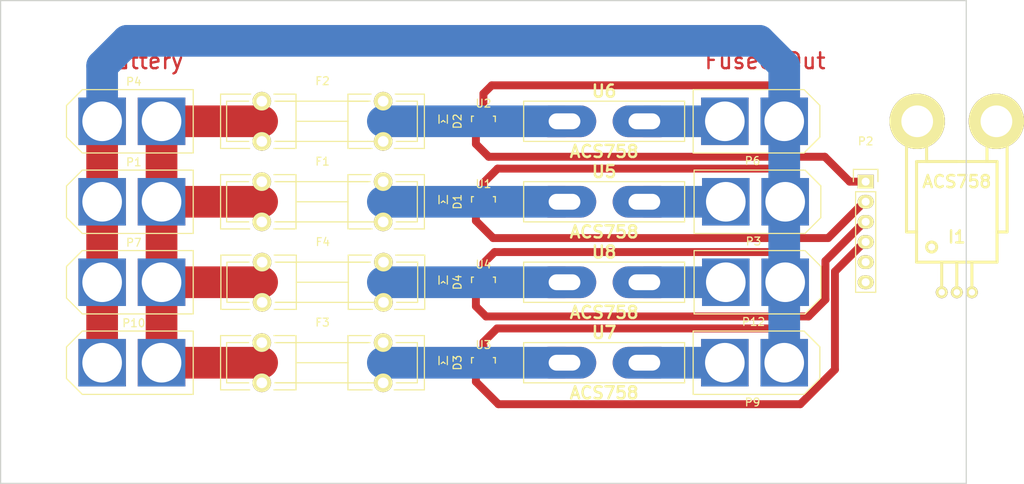
<source format=kicad_pcb>
(kicad_pcb (version 4) (host pcbnew 4.0.4-stable)

  (general
    (links 0)
    (no_connects 26)
    (area 152.324999 40.564999 274.395001 101.675001)
    (thickness 1.6)
    (drawings 6)
    (tracks 89)
    (zones 0)
    (modules 26)
    (nets 15)
  )

  (page A4)
  (layers
    (0 F.Cu signal)
    (31 B.Cu signal)
    (32 B.Adhes user)
    (33 F.Adhes user)
    (34 B.Paste user)
    (35 F.Paste user)
    (36 B.SilkS user)
    (37 F.SilkS user)
    (38 B.Mask user)
    (39 F.Mask user)
    (40 Dwgs.User user)
    (41 Cmts.User user)
    (42 Eco1.User user)
    (43 Eco2.User user)
    (44 Edge.Cuts user)
    (45 Margin user)
    (46 B.CrtYd user)
    (47 F.CrtYd user)
    (48 B.Fab user)
    (49 F.Fab user)
  )

  (setup
    (last_trace_width 0.25)
    (user_trace_width 0.5)
    (user_trace_width 1)
    (user_trace_width 2)
    (user_trace_width 4)
    (trace_clearance 0.2)
    (zone_clearance 0.508)
    (zone_45_only no)
    (trace_min 0.2)
    (segment_width 0.2)
    (edge_width 0.15)
    (via_size 0.6)
    (via_drill 0.4)
    (via_min_size 0.4)
    (via_min_drill 0.3)
    (uvia_size 0.3)
    (uvia_drill 0.1)
    (uvias_allowed no)
    (uvia_min_size 0.2)
    (uvia_min_drill 0.1)
    (pcb_text_width 0.3)
    (pcb_text_size 1.5 1.5)
    (mod_edge_width 0.15)
    (mod_text_size 1 1)
    (mod_text_width 0.15)
    (pad_size 1.524 1.524)
    (pad_drill 0.762)
    (pad_to_mask_clearance 0.2)
    (aux_axis_origin 0 0)
    (visible_elements 7FFFFFFF)
    (pcbplotparams
      (layerselection 0x00030_80000001)
      (usegerberextensions false)
      (excludeedgelayer true)
      (linewidth 0.100000)
      (plotframeref false)
      (viasonmask false)
      (mode 1)
      (useauxorigin false)
      (hpglpennumber 1)
      (hpglpenspeed 20)
      (hpglpendiameter 15)
      (hpglpenoverlay 2)
      (psnegative false)
      (psa4output false)
      (plotreference true)
      (plotvalue true)
      (plotinvisibletext false)
      (padsonsilk false)
      (subtractmaskfromsilk false)
      (outputformat 1)
      (mirror false)
      (drillshape 1)
      (scaleselection 1)
      (outputdirectory ""))
  )

  (net 0 "")
  (net 1 "Net-(F1-Pad2)")
  (net 2 GND)
  (net 3 +BATT)
  (net 4 "Net-(F2-Pad2)")
  (net 5 "Net-(F3-Pad2)")
  (net 6 "Net-(F4-Pad2)")
  (net 7 "Net-(P3-Pad2)")
  (net 8 "Net-(P6-Pad2)")
  (net 9 "Net-(P9-Pad2)")
  (net 10 "Net-(P12-Pad2)")
  (net 11 /pwr_module2/PWR_3.3V_Status)
  (net 12 /pwr_module1/PWR_3.3V_Status)
  (net 13 /pwr_module4/PWR_3.3V_Status)
  (net 14 /pwr_module3/PWR_3.3V_Status)

  (net_class Default "This is the default net class."
    (clearance 0.2)
    (trace_width 0.25)
    (via_dia 0.6)
    (via_drill 0.4)
    (uvia_dia 0.3)
    (uvia_drill 0.1)
    (add_net /pwr_module1/PWR_3.3V_Status)
    (add_net /pwr_module2/PWR_3.3V_Status)
    (add_net /pwr_module3/PWR_3.3V_Status)
    (add_net /pwr_module4/PWR_3.3V_Status)
    (add_net "Net-(F1-Pad2)")
    (add_net "Net-(F2-Pad2)")
    (add_net "Net-(F3-Pad2)")
    (add_net "Net-(F4-Pad2)")
    (add_net "Net-(P12-Pad2)")
    (add_net "Net-(P3-Pad2)")
    (add_net "Net-(P6-Pad2)")
    (add_net "Net-(P9-Pad2)")
  )

  (net_class Power ""
    (clearance 0.2)
    (trace_width 1)
    (via_dia 0.6)
    (via_drill 0.4)
    (uvia_dia 0.3)
    (uvia_drill 0.1)
    (add_net +BATT)
    (add_net GND)
  )

  (module LEDs:LED_0402 (layer F.Cu) (tedit 5710AA4B) (tstamp 57E66E57)
    (at 208.28 66.04 270)
    (descr "LED 0402 smd package")
    (tags "LED led 0402 SMD smd SMT smt smdled SMDLED smtled SMTLED")
    (path /57E68096/57E97B4D)
    (attr smd)
    (fp_text reference D1 (at 0 -1.8 270) (layer F.SilkS)
      (effects (font (size 1 1) (thickness 0.15)))
    )
    (fp_text value LED (at 0 1.8 270) (layer F.Fab)
      (effects (font (size 1 1) (thickness 0.15)))
    )
    (fp_line (start -0.2 -0.1) (end -0.2 0.1) (layer F.Fab) (width 0.15))
    (fp_line (start 0.1 0.1) (end 0.1 -0.1) (layer F.Fab) (width 0.15))
    (fp_line (start -0.1 0) (end 0.1 0.1) (layer F.Fab) (width 0.15))
    (fp_line (start 0.1 -0.1) (end -0.1 0) (layer F.Fab) (width 0.15))
    (fp_line (start -0.5 0.25) (end -0.5 -0.25) (layer F.Fab) (width 0.15))
    (fp_line (start 0.5 0.25) (end -0.5 0.25) (layer F.Fab) (width 0.15))
    (fp_line (start 0.5 -0.25) (end 0.5 0.25) (layer F.Fab) (width 0.15))
    (fp_line (start -0.5 -0.25) (end 0.5 -0.25) (layer F.Fab) (width 0.15))
    (fp_line (start -0.1 0) (end 0.1 0.25) (layer F.SilkS) (width 0.15))
    (fp_line (start 0.1 -0.25) (end -0.1 0) (layer F.SilkS) (width 0.15))
    (fp_line (start -0.95 -0.65) (end 0.95 -0.65) (layer F.CrtYd) (width 0.05))
    (fp_line (start -0.95 0.65) (end 0.95 0.65) (layer F.CrtYd) (width 0.05))
    (fp_line (start -0.95 -0.65) (end -0.95 0.65) (layer F.CrtYd) (width 0.05))
    (fp_line (start 0.95 -0.65) (end 0.95 0.65) (layer F.CrtYd) (width 0.05))
    (fp_line (start 0.25 -0.525) (end -0.8 -0.525) (layer F.SilkS) (width 0.15))
    (fp_line (start 0.25 0.525) (end -0.8 0.525) (layer F.SilkS) (width 0.15))
    (pad 1 smd rect (at -0.45 0 270) (size 0.4 0.6) (layers F.Cu F.Paste F.Mask)
      (net 2 GND))
    (pad 2 smd rect (at 0.45 0 270) (size 0.4 0.6) (layers F.Cu F.Paste F.Mask)
      (net 11 /pwr_module2/PWR_3.3V_Status))
    (model LEDs.3dshapes/LED_0402.wrl
      (at (xyz 0 0 0))
      (scale (xyz 1 1 1))
      (rotate (xyz 0 0 180))
    )
  )

  (module Fuse_Holders_and_Fuses:Fuseholder5x20_horiz_open_lateral_Type-II (layer F.Cu) (tedit 0) (tstamp 57E66E5F)
    (at 193.04 66.04)
    (descr "Fuseholder, 5x20, open, horizontal, Type-II, lateral,")
    (tags "Fuseholder, 5x20, open, horizontal, Type-II, lateral, Sicherungshalter, offen,")
    (path /57E68096/57E68927)
    (fp_text reference F1 (at 0 -5.08) (layer F.SilkS)
      (effects (font (size 1 1) (thickness 0.15)))
    )
    (fp_text value FUSE (at -1.27 6.35) (layer F.Fab)
      (effects (font (size 1 1) (thickness 0.15)))
    )
    (fp_line (start 3.2512 0) (end -3.2512 0) (layer F.SilkS) (width 0.15))
    (fp_line (start 12.86764 3.429) (end 9.05764 3.429) (layer F.SilkS) (width 0.15))
    (fp_line (start 3.21564 3.429) (end 6.26364 3.429) (layer F.SilkS) (width 0.15))
    (fp_line (start 5.715 2.54) (end 8.382 2.54) (layer F.SilkS) (width 0.15))
    (fp_line (start 11.97864 2.54) (end 9.31164 2.54) (layer F.SilkS) (width 0.15))
    (fp_line (start 3.21564 -2.54) (end 6.00964 -2.54) (layer F.SilkS) (width 0.15))
    (fp_line (start 11.9761 -2.54) (end 9.3091 -2.54) (layer F.SilkS) (width 0.15))
    (fp_line (start 12.86764 -3.429) (end 9.18464 -3.429) (layer F.SilkS) (width 0.15))
    (fp_line (start 3.21564 -3.429) (end 6.13664 -3.429) (layer F.SilkS) (width 0.15))
    (fp_line (start -12.86764 3.429) (end -9.18464 3.429) (layer F.SilkS) (width 0.15))
    (fp_line (start -3.34264 3.429) (end -6.13664 3.429) (layer F.SilkS) (width 0.15))
    (fp_line (start -5.88264 2.54) (end -6.00964 2.54) (layer F.SilkS) (width 0.15))
    (fp_line (start -5.88264 2.54) (end -3.34264 2.54) (layer F.SilkS) (width 0.15))
    (fp_line (start -12.10564 2.54) (end -9.31164 2.54) (layer F.SilkS) (width 0.15))
    (fp_line (start -12.86764 -3.429) (end -9.05764 -3.429) (layer F.SilkS) (width 0.15))
    (fp_line (start -3.34264 -3.429) (end -6.13664 -3.429) (layer F.SilkS) (width 0.15))
    (fp_line (start -3.34264 -2.54) (end -6.00964 -2.54) (layer F.SilkS) (width 0.15))
    (fp_line (start -12.10564 -2.54) (end -9.31164 -2.54) (layer F.SilkS) (width 0.15))
    (fp_line (start 12.86764 -3.429) (end 12.86764 3.429) (layer F.SilkS) (width 0.15))
    (fp_line (start 3.21564 3.429) (end 3.21564 2.54) (layer F.SilkS) (width 0.15))
    (fp_line (start 3.21564 -3.429) (end 3.21564 -2.54) (layer F.SilkS) (width 0.15))
    (fp_line (start -12.86764 -3.429) (end -12.86764 3.429) (layer F.SilkS) (width 0.15))
    (fp_line (start -3.34264 3.429) (end -3.34264 2.54) (layer F.SilkS) (width 0.15))
    (fp_line (start -3.34264 -3.429) (end -3.34264 -2.413) (layer F.SilkS) (width 0.15))
    (fp_line (start 5.715 2.54) (end -5.969 2.54) (layer F.SilkS) (width 0.15))
    (fp_line (start -5.842 -2.54) (end 5.715 -2.54) (layer F.SilkS) (width 0.15))
    (fp_line (start -3.34264 0) (end -3.34264 -2.54) (layer F.SilkS) (width 0.15))
    (fp_line (start -12.1031 -2.54) (end -12.1031 2.54) (layer F.SilkS) (width 0.15))
    (fp_line (start -3.34264 2.54) (end -3.34264 0) (layer F.SilkS) (width 0.15))
    (fp_line (start 3.21564 0) (end 3.21564 -2.54) (layer F.SilkS) (width 0.15))
    (fp_line (start 11.9761 -2.54) (end 11.9761 2.54) (layer F.SilkS) (width 0.15))
    (fp_line (start 3.21564 2.54) (end 3.21564 0) (layer F.SilkS) (width 0.15))
    (pad 2 thru_hole circle (at 7.66064 -2.54) (size 2.3495 2.3495) (drill 1.34874) (layers *.Cu *.Mask F.SilkS)
      (net 1 "Net-(F1-Pad2)"))
    (pad 2 thru_hole circle (at 7.66064 2.54) (size 2.3495 2.3495) (drill 1.34874) (layers *.Cu *.Mask F.SilkS)
      (net 1 "Net-(F1-Pad2)"))
    (pad 1 thru_hole circle (at -7.66064 -2.54) (size 2.3495 2.3495) (drill 1.34874) (layers *.Cu *.Mask F.SilkS)
      (net 3 +BATT))
    (pad 1 thru_hole circle (at -7.66064 2.54) (size 2.3495 2.3495) (drill 1.34874) (layers *.Cu *.Mask F.SilkS)
      (net 3 +BATT))
  )

  (module KiCad-Dev:XT60 (layer F.Cu) (tedit 57E3B984) (tstamp 57E66E65)
    (at 165.22 66.04)
    (path /57E68096/57E68935)
    (fp_text reference P1 (at 4 -5) (layer F.SilkS)
      (effects (font (size 1 1) (thickness 0.15)))
    )
    (fp_text value Batt (at 0 -5) (layer F.Fab)
      (effects (font (size 1 1) (thickness 0.15)))
    )
    (fp_line (start -4.5 2) (end -4.5 -2) (layer F.SilkS) (width 0.15))
    (fp_line (start -4.5 2) (end -2.5 4) (layer F.SilkS) (width 0.15))
    (fp_line (start -4.5 -2) (end -2.5 -4) (layer F.SilkS) (width 0.15))
    (fp_line (start 11.5 4) (end -2.5 4) (layer F.SilkS) (width 0.15))
    (fp_line (start -2.5 -4) (end 11.5 -4) (layer F.SilkS) (width 0.15))
    (fp_line (start 11.5 4) (end 11.5 -4) (layer F.SilkS) (width 0.15))
    (pad 1 thru_hole rect (at 0 0) (size 6 6) (drill 5) (layers *.Cu *.Mask)
      (net 2 GND))
    (pad 2 thru_hole rect (at 7.5 0) (size 6 6) (drill 5) (layers *.Cu *.Mask)
      (net 3 +BATT))
  )

  (module TO_SOT_Packages_SMD:SOT-23 (layer F.Cu) (tedit 553634F8) (tstamp 57E66E7B)
    (at 213.36 66.04)
    (descr "SOT-23, Standard")
    (tags SOT-23)
    (path /57E68096/57E68911)
    (attr smd)
    (fp_text reference U1 (at 0 -2.25) (layer F.SilkS)
      (effects (font (size 1 1) (thickness 0.15)))
    )
    (fp_text value LM3480-3.3 (at 0 2.3) (layer F.Fab)
      (effects (font (size 1 1) (thickness 0.15)))
    )
    (fp_line (start -1.65 -1.6) (end 1.65 -1.6) (layer F.CrtYd) (width 0.05))
    (fp_line (start 1.65 -1.6) (end 1.65 1.6) (layer F.CrtYd) (width 0.05))
    (fp_line (start 1.65 1.6) (end -1.65 1.6) (layer F.CrtYd) (width 0.05))
    (fp_line (start -1.65 1.6) (end -1.65 -1.6) (layer F.CrtYd) (width 0.05))
    (fp_line (start 1.29916 -0.65024) (end 1.2509 -0.65024) (layer F.SilkS) (width 0.15))
    (fp_line (start -1.49982 0.0508) (end -1.49982 -0.65024) (layer F.SilkS) (width 0.15))
    (fp_line (start -1.49982 -0.65024) (end -1.2509 -0.65024) (layer F.SilkS) (width 0.15))
    (fp_line (start 1.29916 -0.65024) (end 1.49982 -0.65024) (layer F.SilkS) (width 0.15))
    (fp_line (start 1.49982 -0.65024) (end 1.49982 0.0508) (layer F.SilkS) (width 0.15))
    (pad 1 smd rect (at -0.95 1.00076) (size 0.8001 0.8001) (layers F.Cu F.Paste F.Mask)
      (net 11 /pwr_module2/PWR_3.3V_Status))
    (pad 2 smd rect (at 0.95 1.00076) (size 0.8001 0.8001) (layers F.Cu F.Paste F.Mask)
      (net 1 "Net-(F1-Pad2)"))
    (pad 3 smd rect (at 0 -0.99822) (size 0.8001 0.8001) (layers F.Cu F.Paste F.Mask)
      (net 2 GND))
    (model TO_SOT_Packages_SMD.3dshapes/SOT-23.wrl
      (at (xyz 0 0 0))
      (scale (xyz 1 1 1))
      (rotate (xyz 0 0 0))
    )
  )

  (module KiCad-Dev:XT60 (layer F.Cu) (tedit 57E3B984) (tstamp 57E6702A)
    (at 251.46 66.04 180)
    (path /57E68096/57E6892E)
    (fp_text reference P3 (at 4 -5 180) (layer F.SilkS)
      (effects (font (size 1 1) (thickness 0.15)))
    )
    (fp_text value Out (at 0 -5 180) (layer F.Fab)
      (effects (font (size 1 1) (thickness 0.15)))
    )
    (fp_line (start -4.5 2) (end -4.5 -2) (layer F.SilkS) (width 0.15))
    (fp_line (start -4.5 2) (end -2.5 4) (layer F.SilkS) (width 0.15))
    (fp_line (start -4.5 -2) (end -2.5 -4) (layer F.SilkS) (width 0.15))
    (fp_line (start 11.5 4) (end -2.5 4) (layer F.SilkS) (width 0.15))
    (fp_line (start -2.5 -4) (end 11.5 -4) (layer F.SilkS) (width 0.15))
    (fp_line (start 11.5 4) (end 11.5 -4) (layer F.SilkS) (width 0.15))
    (pad 1 thru_hole rect (at 0 0 180) (size 6 6) (drill 5) (layers *.Cu *.Mask)
      (net 2 GND))
    (pad 2 thru_hole rect (at 7.5 0 180) (size 6 6) (drill 5) (layers *.Cu *.Mask)
      (net 7 "Net-(P3-Pad2)"))
  )

  (module LEDs:LED_0402 (layer F.Cu) (tedit 5710AA4B) (tstamp 57E67651)
    (at 208.28 55.88 270)
    (descr "LED 0402 smd package")
    (tags "LED led 0402 SMD smd SMT smt smdled SMDLED smtled SMTLED")
    (path /57E68A98/57E97B4D)
    (attr smd)
    (fp_text reference D2 (at 0 -1.8 270) (layer F.SilkS)
      (effects (font (size 1 1) (thickness 0.15)))
    )
    (fp_text value LED (at 0 1.8 360) (layer F.Fab)
      (effects (font (size 1 1) (thickness 0.15)))
    )
    (fp_line (start -0.2 -0.1) (end -0.2 0.1) (layer F.Fab) (width 0.15))
    (fp_line (start 0.1 0.1) (end 0.1 -0.1) (layer F.Fab) (width 0.15))
    (fp_line (start -0.1 0) (end 0.1 0.1) (layer F.Fab) (width 0.15))
    (fp_line (start 0.1 -0.1) (end -0.1 0) (layer F.Fab) (width 0.15))
    (fp_line (start -0.5 0.25) (end -0.5 -0.25) (layer F.Fab) (width 0.15))
    (fp_line (start 0.5 0.25) (end -0.5 0.25) (layer F.Fab) (width 0.15))
    (fp_line (start 0.5 -0.25) (end 0.5 0.25) (layer F.Fab) (width 0.15))
    (fp_line (start -0.5 -0.25) (end 0.5 -0.25) (layer F.Fab) (width 0.15))
    (fp_line (start -0.1 0) (end 0.1 0.25) (layer F.SilkS) (width 0.15))
    (fp_line (start 0.1 -0.25) (end -0.1 0) (layer F.SilkS) (width 0.15))
    (fp_line (start -0.95 -0.65) (end 0.95 -0.65) (layer F.CrtYd) (width 0.05))
    (fp_line (start -0.95 0.65) (end 0.95 0.65) (layer F.CrtYd) (width 0.05))
    (fp_line (start -0.95 -0.65) (end -0.95 0.65) (layer F.CrtYd) (width 0.05))
    (fp_line (start 0.95 -0.65) (end 0.95 0.65) (layer F.CrtYd) (width 0.05))
    (fp_line (start 0.25 -0.525) (end -0.8 -0.525) (layer F.SilkS) (width 0.15))
    (fp_line (start 0.25 0.525) (end -0.8 0.525) (layer F.SilkS) (width 0.15))
    (pad 1 smd rect (at -0.45 0 270) (size 0.4 0.6) (layers F.Cu F.Paste F.Mask)
      (net 2 GND))
    (pad 2 smd rect (at 0.45 0 270) (size 0.4 0.6) (layers F.Cu F.Paste F.Mask)
      (net 12 /pwr_module1/PWR_3.3V_Status))
    (model LEDs.3dshapes/LED_0402.wrl
      (at (xyz 0 0 0))
      (scale (xyz 1 1 1))
      (rotate (xyz 0 0 180))
    )
  )

  (module LEDs:LED_0402 (layer F.Cu) (tedit 5710AA4B) (tstamp 57E67657)
    (at 208.28 86.36 270)
    (descr "LED 0402 smd package")
    (tags "LED led 0402 SMD smd SMT smt smdled SMDLED smtled SMTLED")
    (path /57E68A9A/57E97B4D)
    (attr smd)
    (fp_text reference D3 (at 0 -1.8 270) (layer F.SilkS)
      (effects (font (size 1 1) (thickness 0.15)))
    )
    (fp_text value LED (at 0 1.8 270) (layer F.Fab)
      (effects (font (size 1 1) (thickness 0.15)))
    )
    (fp_line (start -0.2 -0.1) (end -0.2 0.1) (layer F.Fab) (width 0.15))
    (fp_line (start 0.1 0.1) (end 0.1 -0.1) (layer F.Fab) (width 0.15))
    (fp_line (start -0.1 0) (end 0.1 0.1) (layer F.Fab) (width 0.15))
    (fp_line (start 0.1 -0.1) (end -0.1 0) (layer F.Fab) (width 0.15))
    (fp_line (start -0.5 0.25) (end -0.5 -0.25) (layer F.Fab) (width 0.15))
    (fp_line (start 0.5 0.25) (end -0.5 0.25) (layer F.Fab) (width 0.15))
    (fp_line (start 0.5 -0.25) (end 0.5 0.25) (layer F.Fab) (width 0.15))
    (fp_line (start -0.5 -0.25) (end 0.5 -0.25) (layer F.Fab) (width 0.15))
    (fp_line (start -0.1 0) (end 0.1 0.25) (layer F.SilkS) (width 0.15))
    (fp_line (start 0.1 -0.25) (end -0.1 0) (layer F.SilkS) (width 0.15))
    (fp_line (start -0.95 -0.65) (end 0.95 -0.65) (layer F.CrtYd) (width 0.05))
    (fp_line (start -0.95 0.65) (end 0.95 0.65) (layer F.CrtYd) (width 0.05))
    (fp_line (start -0.95 -0.65) (end -0.95 0.65) (layer F.CrtYd) (width 0.05))
    (fp_line (start 0.95 -0.65) (end 0.95 0.65) (layer F.CrtYd) (width 0.05))
    (fp_line (start 0.25 -0.525) (end -0.8 -0.525) (layer F.SilkS) (width 0.15))
    (fp_line (start 0.25 0.525) (end -0.8 0.525) (layer F.SilkS) (width 0.15))
    (pad 1 smd rect (at -0.45 0 270) (size 0.4 0.6) (layers F.Cu F.Paste F.Mask)
      (net 2 GND))
    (pad 2 smd rect (at 0.45 0 270) (size 0.4 0.6) (layers F.Cu F.Paste F.Mask)
      (net 13 /pwr_module4/PWR_3.3V_Status))
    (model LEDs.3dshapes/LED_0402.wrl
      (at (xyz 0 0 0))
      (scale (xyz 1 1 1))
      (rotate (xyz 0 0 180))
    )
  )

  (module LEDs:LED_0402 (layer F.Cu) (tedit 5710AA4B) (tstamp 57E6765D)
    (at 208.28 76.2 270)
    (descr "LED 0402 smd package")
    (tags "LED led 0402 SMD smd SMT smt smdled SMDLED smtled SMTLED")
    (path /57E68A9C/57E97B4D)
    (attr smd)
    (fp_text reference D4 (at 0 -1.8 270) (layer F.SilkS)
      (effects (font (size 1 1) (thickness 0.15)))
    )
    (fp_text value LED (at 0 1.8 270) (layer F.Fab)
      (effects (font (size 1 1) (thickness 0.15)))
    )
    (fp_line (start -0.2 -0.1) (end -0.2 0.1) (layer F.Fab) (width 0.15))
    (fp_line (start 0.1 0.1) (end 0.1 -0.1) (layer F.Fab) (width 0.15))
    (fp_line (start -0.1 0) (end 0.1 0.1) (layer F.Fab) (width 0.15))
    (fp_line (start 0.1 -0.1) (end -0.1 0) (layer F.Fab) (width 0.15))
    (fp_line (start -0.5 0.25) (end -0.5 -0.25) (layer F.Fab) (width 0.15))
    (fp_line (start 0.5 0.25) (end -0.5 0.25) (layer F.Fab) (width 0.15))
    (fp_line (start 0.5 -0.25) (end 0.5 0.25) (layer F.Fab) (width 0.15))
    (fp_line (start -0.5 -0.25) (end 0.5 -0.25) (layer F.Fab) (width 0.15))
    (fp_line (start -0.1 0) (end 0.1 0.25) (layer F.SilkS) (width 0.15))
    (fp_line (start 0.1 -0.25) (end -0.1 0) (layer F.SilkS) (width 0.15))
    (fp_line (start -0.95 -0.65) (end 0.95 -0.65) (layer F.CrtYd) (width 0.05))
    (fp_line (start -0.95 0.65) (end 0.95 0.65) (layer F.CrtYd) (width 0.05))
    (fp_line (start -0.95 -0.65) (end -0.95 0.65) (layer F.CrtYd) (width 0.05))
    (fp_line (start 0.95 -0.65) (end 0.95 0.65) (layer F.CrtYd) (width 0.05))
    (fp_line (start 0.25 -0.525) (end -0.8 -0.525) (layer F.SilkS) (width 0.15))
    (fp_line (start 0.25 0.525) (end -0.8 0.525) (layer F.SilkS) (width 0.15))
    (pad 1 smd rect (at -0.45 0 270) (size 0.4 0.6) (layers F.Cu F.Paste F.Mask)
      (net 2 GND))
    (pad 2 smd rect (at 0.45 0 270) (size 0.4 0.6) (layers F.Cu F.Paste F.Mask)
      (net 14 /pwr_module3/PWR_3.3V_Status))
    (model LEDs.3dshapes/LED_0402.wrl
      (at (xyz 0 0 0))
      (scale (xyz 1 1 1))
      (rotate (xyz 0 0 180))
    )
  )

  (module Fuse_Holders_and_Fuses:Fuseholder5x20_horiz_open_lateral_Type-II (layer F.Cu) (tedit 0) (tstamp 57E67665)
    (at 193.04 55.88)
    (descr "Fuseholder, 5x20, open, horizontal, Type-II, lateral,")
    (tags "Fuseholder, 5x20, open, horizontal, Type-II, lateral, Sicherungshalter, offen,")
    (path /57E68A98/57E68927)
    (fp_text reference F2 (at 0 -5.08) (layer F.SilkS)
      (effects (font (size 1 1) (thickness 0.15)))
    )
    (fp_text value FUSE (at -1.27 6.35) (layer F.Fab)
      (effects (font (size 1 1) (thickness 0.15)))
    )
    (fp_line (start 3.2512 0) (end -3.2512 0) (layer F.SilkS) (width 0.15))
    (fp_line (start 12.86764 3.429) (end 9.05764 3.429) (layer F.SilkS) (width 0.15))
    (fp_line (start 3.21564 3.429) (end 6.26364 3.429) (layer F.SilkS) (width 0.15))
    (fp_line (start 5.715 2.54) (end 8.382 2.54) (layer F.SilkS) (width 0.15))
    (fp_line (start 11.97864 2.54) (end 9.31164 2.54) (layer F.SilkS) (width 0.15))
    (fp_line (start 3.21564 -2.54) (end 6.00964 -2.54) (layer F.SilkS) (width 0.15))
    (fp_line (start 11.9761 -2.54) (end 9.3091 -2.54) (layer F.SilkS) (width 0.15))
    (fp_line (start 12.86764 -3.429) (end 9.18464 -3.429) (layer F.SilkS) (width 0.15))
    (fp_line (start 3.21564 -3.429) (end 6.13664 -3.429) (layer F.SilkS) (width 0.15))
    (fp_line (start -12.86764 3.429) (end -9.18464 3.429) (layer F.SilkS) (width 0.15))
    (fp_line (start -3.34264 3.429) (end -6.13664 3.429) (layer F.SilkS) (width 0.15))
    (fp_line (start -5.88264 2.54) (end -6.00964 2.54) (layer F.SilkS) (width 0.15))
    (fp_line (start -5.88264 2.54) (end -3.34264 2.54) (layer F.SilkS) (width 0.15))
    (fp_line (start -12.10564 2.54) (end -9.31164 2.54) (layer F.SilkS) (width 0.15))
    (fp_line (start -12.86764 -3.429) (end -9.05764 -3.429) (layer F.SilkS) (width 0.15))
    (fp_line (start -3.34264 -3.429) (end -6.13664 -3.429) (layer F.SilkS) (width 0.15))
    (fp_line (start -3.34264 -2.54) (end -6.00964 -2.54) (layer F.SilkS) (width 0.15))
    (fp_line (start -12.10564 -2.54) (end -9.31164 -2.54) (layer F.SilkS) (width 0.15))
    (fp_line (start 12.86764 -3.429) (end 12.86764 3.429) (layer F.SilkS) (width 0.15))
    (fp_line (start 3.21564 3.429) (end 3.21564 2.54) (layer F.SilkS) (width 0.15))
    (fp_line (start 3.21564 -3.429) (end 3.21564 -2.54) (layer F.SilkS) (width 0.15))
    (fp_line (start -12.86764 -3.429) (end -12.86764 3.429) (layer F.SilkS) (width 0.15))
    (fp_line (start -3.34264 3.429) (end -3.34264 2.54) (layer F.SilkS) (width 0.15))
    (fp_line (start -3.34264 -3.429) (end -3.34264 -2.413) (layer F.SilkS) (width 0.15))
    (fp_line (start 5.715 2.54) (end -5.969 2.54) (layer F.SilkS) (width 0.15))
    (fp_line (start -5.842 -2.54) (end 5.715 -2.54) (layer F.SilkS) (width 0.15))
    (fp_line (start -3.34264 0) (end -3.34264 -2.54) (layer F.SilkS) (width 0.15))
    (fp_line (start -12.1031 -2.54) (end -12.1031 2.54) (layer F.SilkS) (width 0.15))
    (fp_line (start -3.34264 2.54) (end -3.34264 0) (layer F.SilkS) (width 0.15))
    (fp_line (start 3.21564 0) (end 3.21564 -2.54) (layer F.SilkS) (width 0.15))
    (fp_line (start 11.9761 -2.54) (end 11.9761 2.54) (layer F.SilkS) (width 0.15))
    (fp_line (start 3.21564 2.54) (end 3.21564 0) (layer F.SilkS) (width 0.15))
    (pad 2 thru_hole circle (at 7.66064 -2.54) (size 2.3495 2.3495) (drill 1.34874) (layers *.Cu *.Mask F.SilkS)
      (net 4 "Net-(F2-Pad2)"))
    (pad 2 thru_hole circle (at 7.66064 2.54) (size 2.3495 2.3495) (drill 1.34874) (layers *.Cu *.Mask F.SilkS)
      (net 4 "Net-(F2-Pad2)"))
    (pad 1 thru_hole circle (at -7.66064 -2.54) (size 2.3495 2.3495) (drill 1.34874) (layers *.Cu *.Mask F.SilkS)
      (net 3 +BATT))
    (pad 1 thru_hole circle (at -7.66064 2.54) (size 2.3495 2.3495) (drill 1.34874) (layers *.Cu *.Mask F.SilkS)
      (net 3 +BATT))
  )

  (module Fuse_Holders_and_Fuses:Fuseholder5x20_horiz_open_lateral_Type-II (layer F.Cu) (tedit 0) (tstamp 57E6766D)
    (at 193.04 86.36)
    (descr "Fuseholder, 5x20, open, horizontal, Type-II, lateral,")
    (tags "Fuseholder, 5x20, open, horizontal, Type-II, lateral, Sicherungshalter, offen,")
    (path /57E68A9A/57E68927)
    (fp_text reference F3 (at 0 -5.08) (layer F.SilkS)
      (effects (font (size 1 1) (thickness 0.15)))
    )
    (fp_text value FUSE (at -1.27 6.35) (layer F.Fab)
      (effects (font (size 1 1) (thickness 0.15)))
    )
    (fp_line (start 3.2512 0) (end -3.2512 0) (layer F.SilkS) (width 0.15))
    (fp_line (start 12.86764 3.429) (end 9.05764 3.429) (layer F.SilkS) (width 0.15))
    (fp_line (start 3.21564 3.429) (end 6.26364 3.429) (layer F.SilkS) (width 0.15))
    (fp_line (start 5.715 2.54) (end 8.382 2.54) (layer F.SilkS) (width 0.15))
    (fp_line (start 11.97864 2.54) (end 9.31164 2.54) (layer F.SilkS) (width 0.15))
    (fp_line (start 3.21564 -2.54) (end 6.00964 -2.54) (layer F.SilkS) (width 0.15))
    (fp_line (start 11.9761 -2.54) (end 9.3091 -2.54) (layer F.SilkS) (width 0.15))
    (fp_line (start 12.86764 -3.429) (end 9.18464 -3.429) (layer F.SilkS) (width 0.15))
    (fp_line (start 3.21564 -3.429) (end 6.13664 -3.429) (layer F.SilkS) (width 0.15))
    (fp_line (start -12.86764 3.429) (end -9.18464 3.429) (layer F.SilkS) (width 0.15))
    (fp_line (start -3.34264 3.429) (end -6.13664 3.429) (layer F.SilkS) (width 0.15))
    (fp_line (start -5.88264 2.54) (end -6.00964 2.54) (layer F.SilkS) (width 0.15))
    (fp_line (start -5.88264 2.54) (end -3.34264 2.54) (layer F.SilkS) (width 0.15))
    (fp_line (start -12.10564 2.54) (end -9.31164 2.54) (layer F.SilkS) (width 0.15))
    (fp_line (start -12.86764 -3.429) (end -9.05764 -3.429) (layer F.SilkS) (width 0.15))
    (fp_line (start -3.34264 -3.429) (end -6.13664 -3.429) (layer F.SilkS) (width 0.15))
    (fp_line (start -3.34264 -2.54) (end -6.00964 -2.54) (layer F.SilkS) (width 0.15))
    (fp_line (start -12.10564 -2.54) (end -9.31164 -2.54) (layer F.SilkS) (width 0.15))
    (fp_line (start 12.86764 -3.429) (end 12.86764 3.429) (layer F.SilkS) (width 0.15))
    (fp_line (start 3.21564 3.429) (end 3.21564 2.54) (layer F.SilkS) (width 0.15))
    (fp_line (start 3.21564 -3.429) (end 3.21564 -2.54) (layer F.SilkS) (width 0.15))
    (fp_line (start -12.86764 -3.429) (end -12.86764 3.429) (layer F.SilkS) (width 0.15))
    (fp_line (start -3.34264 3.429) (end -3.34264 2.54) (layer F.SilkS) (width 0.15))
    (fp_line (start -3.34264 -3.429) (end -3.34264 -2.413) (layer F.SilkS) (width 0.15))
    (fp_line (start 5.715 2.54) (end -5.969 2.54) (layer F.SilkS) (width 0.15))
    (fp_line (start -5.842 -2.54) (end 5.715 -2.54) (layer F.SilkS) (width 0.15))
    (fp_line (start -3.34264 0) (end -3.34264 -2.54) (layer F.SilkS) (width 0.15))
    (fp_line (start -12.1031 -2.54) (end -12.1031 2.54) (layer F.SilkS) (width 0.15))
    (fp_line (start -3.34264 2.54) (end -3.34264 0) (layer F.SilkS) (width 0.15))
    (fp_line (start 3.21564 0) (end 3.21564 -2.54) (layer F.SilkS) (width 0.15))
    (fp_line (start 11.9761 -2.54) (end 11.9761 2.54) (layer F.SilkS) (width 0.15))
    (fp_line (start 3.21564 2.54) (end 3.21564 0) (layer F.SilkS) (width 0.15))
    (pad 2 thru_hole circle (at 7.66064 -2.54) (size 2.3495 2.3495) (drill 1.34874) (layers *.Cu *.Mask F.SilkS)
      (net 5 "Net-(F3-Pad2)"))
    (pad 2 thru_hole circle (at 7.66064 2.54) (size 2.3495 2.3495) (drill 1.34874) (layers *.Cu *.Mask F.SilkS)
      (net 5 "Net-(F3-Pad2)"))
    (pad 1 thru_hole circle (at -7.66064 -2.54) (size 2.3495 2.3495) (drill 1.34874) (layers *.Cu *.Mask F.SilkS)
      (net 3 +BATT))
    (pad 1 thru_hole circle (at -7.66064 2.54) (size 2.3495 2.3495) (drill 1.34874) (layers *.Cu *.Mask F.SilkS)
      (net 3 +BATT))
  )

  (module Fuse_Holders_and_Fuses:Fuseholder5x20_horiz_open_lateral_Type-II (layer F.Cu) (tedit 0) (tstamp 57E67675)
    (at 193.08064 76.2)
    (descr "Fuseholder, 5x20, open, horizontal, Type-II, lateral,")
    (tags "Fuseholder, 5x20, open, horizontal, Type-II, lateral, Sicherungshalter, offen,")
    (path /57E68A9C/57E68927)
    (fp_text reference F4 (at 0 -5.08) (layer F.SilkS)
      (effects (font (size 1 1) (thickness 0.15)))
    )
    (fp_text value FUSE (at -1.27 6.35) (layer F.Fab)
      (effects (font (size 1 1) (thickness 0.15)))
    )
    (fp_line (start 3.2512 0) (end -3.2512 0) (layer F.SilkS) (width 0.15))
    (fp_line (start 12.86764 3.429) (end 9.05764 3.429) (layer F.SilkS) (width 0.15))
    (fp_line (start 3.21564 3.429) (end 6.26364 3.429) (layer F.SilkS) (width 0.15))
    (fp_line (start 5.715 2.54) (end 8.382 2.54) (layer F.SilkS) (width 0.15))
    (fp_line (start 11.97864 2.54) (end 9.31164 2.54) (layer F.SilkS) (width 0.15))
    (fp_line (start 3.21564 -2.54) (end 6.00964 -2.54) (layer F.SilkS) (width 0.15))
    (fp_line (start 11.9761 -2.54) (end 9.3091 -2.54) (layer F.SilkS) (width 0.15))
    (fp_line (start 12.86764 -3.429) (end 9.18464 -3.429) (layer F.SilkS) (width 0.15))
    (fp_line (start 3.21564 -3.429) (end 6.13664 -3.429) (layer F.SilkS) (width 0.15))
    (fp_line (start -12.86764 3.429) (end -9.18464 3.429) (layer F.SilkS) (width 0.15))
    (fp_line (start -3.34264 3.429) (end -6.13664 3.429) (layer F.SilkS) (width 0.15))
    (fp_line (start -5.88264 2.54) (end -6.00964 2.54) (layer F.SilkS) (width 0.15))
    (fp_line (start -5.88264 2.54) (end -3.34264 2.54) (layer F.SilkS) (width 0.15))
    (fp_line (start -12.10564 2.54) (end -9.31164 2.54) (layer F.SilkS) (width 0.15))
    (fp_line (start -12.86764 -3.429) (end -9.05764 -3.429) (layer F.SilkS) (width 0.15))
    (fp_line (start -3.34264 -3.429) (end -6.13664 -3.429) (layer F.SilkS) (width 0.15))
    (fp_line (start -3.34264 -2.54) (end -6.00964 -2.54) (layer F.SilkS) (width 0.15))
    (fp_line (start -12.10564 -2.54) (end -9.31164 -2.54) (layer F.SilkS) (width 0.15))
    (fp_line (start 12.86764 -3.429) (end 12.86764 3.429) (layer F.SilkS) (width 0.15))
    (fp_line (start 3.21564 3.429) (end 3.21564 2.54) (layer F.SilkS) (width 0.15))
    (fp_line (start 3.21564 -3.429) (end 3.21564 -2.54) (layer F.SilkS) (width 0.15))
    (fp_line (start -12.86764 -3.429) (end -12.86764 3.429) (layer F.SilkS) (width 0.15))
    (fp_line (start -3.34264 3.429) (end -3.34264 2.54) (layer F.SilkS) (width 0.15))
    (fp_line (start -3.34264 -3.429) (end -3.34264 -2.413) (layer F.SilkS) (width 0.15))
    (fp_line (start 5.715 2.54) (end -5.969 2.54) (layer F.SilkS) (width 0.15))
    (fp_line (start -5.842 -2.54) (end 5.715 -2.54) (layer F.SilkS) (width 0.15))
    (fp_line (start -3.34264 0) (end -3.34264 -2.54) (layer F.SilkS) (width 0.15))
    (fp_line (start -12.1031 -2.54) (end -12.1031 2.54) (layer F.SilkS) (width 0.15))
    (fp_line (start -3.34264 2.54) (end -3.34264 0) (layer F.SilkS) (width 0.15))
    (fp_line (start 3.21564 0) (end 3.21564 -2.54) (layer F.SilkS) (width 0.15))
    (fp_line (start 11.9761 -2.54) (end 11.9761 2.54) (layer F.SilkS) (width 0.15))
    (fp_line (start 3.21564 2.54) (end 3.21564 0) (layer F.SilkS) (width 0.15))
    (pad 2 thru_hole circle (at 7.66064 -2.54) (size 2.3495 2.3495) (drill 1.34874) (layers *.Cu *.Mask F.SilkS)
      (net 6 "Net-(F4-Pad2)"))
    (pad 2 thru_hole circle (at 7.66064 2.54) (size 2.3495 2.3495) (drill 1.34874) (layers *.Cu *.Mask F.SilkS)
      (net 6 "Net-(F4-Pad2)"))
    (pad 1 thru_hole circle (at -7.66064 -2.54) (size 2.3495 2.3495) (drill 1.34874) (layers *.Cu *.Mask F.SilkS)
      (net 3 +BATT))
    (pad 1 thru_hole circle (at -7.66064 2.54) (size 2.3495 2.3495) (drill 1.34874) (layers *.Cu *.Mask F.SilkS)
      (net 3 +BATT))
  )

  (module KiCad-Dev:XT60 (layer F.Cu) (tedit 57E3B984) (tstamp 57E6767B)
    (at 165.22 55.88)
    (path /57E68A98/57E68935)
    (fp_text reference P4 (at 4 -5) (layer F.SilkS)
      (effects (font (size 1 1) (thickness 0.15)))
    )
    (fp_text value Batt (at 0 -5) (layer F.Fab)
      (effects (font (size 1 1) (thickness 0.15)))
    )
    (fp_line (start -4.5 2) (end -4.5 -2) (layer F.SilkS) (width 0.15))
    (fp_line (start -4.5 2) (end -2.5 4) (layer F.SilkS) (width 0.15))
    (fp_line (start -4.5 -2) (end -2.5 -4) (layer F.SilkS) (width 0.15))
    (fp_line (start 11.5 4) (end -2.5 4) (layer F.SilkS) (width 0.15))
    (fp_line (start -2.5 -4) (end 11.5 -4) (layer F.SilkS) (width 0.15))
    (fp_line (start 11.5 4) (end 11.5 -4) (layer F.SilkS) (width 0.15))
    (pad 1 thru_hole rect (at 0 0) (size 6 6) (drill 5) (layers *.Cu *.Mask)
      (net 2 GND))
    (pad 2 thru_hole rect (at 7.5 0) (size 6 6) (drill 5) (layers *.Cu *.Mask)
      (net 3 +BATT))
  )

  (module KiCad-Dev:XT60 (layer F.Cu) (tedit 57E3B984) (tstamp 57E67687)
    (at 251.34 55.88 180)
    (path /57E68A98/57E6892E)
    (fp_text reference P6 (at 4 -5 180) (layer F.SilkS)
      (effects (font (size 1 1) (thickness 0.15)))
    )
    (fp_text value Out (at 0 -5 180) (layer F.Fab)
      (effects (font (size 1 1) (thickness 0.15)))
    )
    (fp_line (start -4.5 2) (end -4.5 -2) (layer F.SilkS) (width 0.15))
    (fp_line (start -4.5 2) (end -2.5 4) (layer F.SilkS) (width 0.15))
    (fp_line (start -4.5 -2) (end -2.5 -4) (layer F.SilkS) (width 0.15))
    (fp_line (start 11.5 4) (end -2.5 4) (layer F.SilkS) (width 0.15))
    (fp_line (start -2.5 -4) (end 11.5 -4) (layer F.SilkS) (width 0.15))
    (fp_line (start 11.5 4) (end 11.5 -4) (layer F.SilkS) (width 0.15))
    (pad 1 thru_hole rect (at 0 0 180) (size 6 6) (drill 5) (layers *.Cu *.Mask)
      (net 2 GND))
    (pad 2 thru_hole rect (at 7.5 0 180) (size 6 6) (drill 5) (layers *.Cu *.Mask)
      (net 8 "Net-(P6-Pad2)"))
  )

  (module KiCad-Dev:XT60 (layer F.Cu) (tedit 57E3B984) (tstamp 57E6768D)
    (at 165.22 76.2)
    (path /57E68A9A/57E68935)
    (fp_text reference P7 (at 4 -5) (layer F.SilkS)
      (effects (font (size 1 1) (thickness 0.15)))
    )
    (fp_text value Batt (at 0 -5) (layer F.Fab)
      (effects (font (size 1 1) (thickness 0.15)))
    )
    (fp_line (start -4.5 2) (end -4.5 -2) (layer F.SilkS) (width 0.15))
    (fp_line (start -4.5 2) (end -2.5 4) (layer F.SilkS) (width 0.15))
    (fp_line (start -4.5 -2) (end -2.5 -4) (layer F.SilkS) (width 0.15))
    (fp_line (start 11.5 4) (end -2.5 4) (layer F.SilkS) (width 0.15))
    (fp_line (start -2.5 -4) (end 11.5 -4) (layer F.SilkS) (width 0.15))
    (fp_line (start 11.5 4) (end 11.5 -4) (layer F.SilkS) (width 0.15))
    (pad 1 thru_hole rect (at 0 0) (size 6 6) (drill 5) (layers *.Cu *.Mask)
      (net 2 GND))
    (pad 2 thru_hole rect (at 7.5 0) (size 6 6) (drill 5) (layers *.Cu *.Mask)
      (net 3 +BATT))
  )

  (module KiCad-Dev:XT60 (layer F.Cu) (tedit 57E3B984) (tstamp 57E67699)
    (at 251.34 86.36 180)
    (path /57E68A9A/57E6892E)
    (fp_text reference P9 (at 4 -5 180) (layer F.SilkS)
      (effects (font (size 1 1) (thickness 0.15)))
    )
    (fp_text value Out (at 0 -5 180) (layer F.Fab)
      (effects (font (size 1 1) (thickness 0.15)))
    )
    (fp_line (start -4.5 2) (end -4.5 -2) (layer F.SilkS) (width 0.15))
    (fp_line (start -4.5 2) (end -2.5 4) (layer F.SilkS) (width 0.15))
    (fp_line (start -4.5 -2) (end -2.5 -4) (layer F.SilkS) (width 0.15))
    (fp_line (start 11.5 4) (end -2.5 4) (layer F.SilkS) (width 0.15))
    (fp_line (start -2.5 -4) (end 11.5 -4) (layer F.SilkS) (width 0.15))
    (fp_line (start 11.5 4) (end 11.5 -4) (layer F.SilkS) (width 0.15))
    (pad 1 thru_hole rect (at 0 0 180) (size 6 6) (drill 5) (layers *.Cu *.Mask)
      (net 2 GND))
    (pad 2 thru_hole rect (at 7.5 0 180) (size 6 6) (drill 5) (layers *.Cu *.Mask)
      (net 9 "Net-(P9-Pad2)"))
  )

  (module KiCad-Dev:XT60 (layer F.Cu) (tedit 57E3B984) (tstamp 57E6769F)
    (at 165.22 86.36)
    (path /57E68A9C/57E68935)
    (fp_text reference P10 (at 4 -5) (layer F.SilkS)
      (effects (font (size 1 1) (thickness 0.15)))
    )
    (fp_text value Batt (at 0 -5) (layer F.Fab)
      (effects (font (size 1 1) (thickness 0.15)))
    )
    (fp_line (start -4.5 2) (end -4.5 -2) (layer F.SilkS) (width 0.15))
    (fp_line (start -4.5 2) (end -2.5 4) (layer F.SilkS) (width 0.15))
    (fp_line (start -4.5 -2) (end -2.5 -4) (layer F.SilkS) (width 0.15))
    (fp_line (start 11.5 4) (end -2.5 4) (layer F.SilkS) (width 0.15))
    (fp_line (start -2.5 -4) (end 11.5 -4) (layer F.SilkS) (width 0.15))
    (fp_line (start 11.5 4) (end 11.5 -4) (layer F.SilkS) (width 0.15))
    (pad 1 thru_hole rect (at 0 0) (size 6 6) (drill 5) (layers *.Cu *.Mask)
      (net 2 GND))
    (pad 2 thru_hole rect (at 7.5 0) (size 6 6) (drill 5) (layers *.Cu *.Mask)
      (net 3 +BATT))
  )

  (module KiCad-Dev:XT60 (layer F.Cu) (tedit 57E3B984) (tstamp 57E676AB)
    (at 251.46 76.2 180)
    (path /57E68A9C/57E6892E)
    (fp_text reference P12 (at 4 -5 180) (layer F.SilkS)
      (effects (font (size 1 1) (thickness 0.15)))
    )
    (fp_text value Out (at 0 -5 180) (layer F.Fab)
      (effects (font (size 1 1) (thickness 0.15)))
    )
    (fp_line (start -4.5 2) (end -4.5 -2) (layer F.SilkS) (width 0.15))
    (fp_line (start -4.5 2) (end -2.5 4) (layer F.SilkS) (width 0.15))
    (fp_line (start -4.5 -2) (end -2.5 -4) (layer F.SilkS) (width 0.15))
    (fp_line (start 11.5 4) (end -2.5 4) (layer F.SilkS) (width 0.15))
    (fp_line (start -2.5 -4) (end 11.5 -4) (layer F.SilkS) (width 0.15))
    (fp_line (start 11.5 4) (end 11.5 -4) (layer F.SilkS) (width 0.15))
    (pad 1 thru_hole rect (at 0 0 180) (size 6 6) (drill 5) (layers *.Cu *.Mask)
      (net 2 GND))
    (pad 2 thru_hole rect (at 7.5 0 180) (size 6 6) (drill 5) (layers *.Cu *.Mask)
      (net 10 "Net-(P12-Pad2)"))
  )

  (module TO_SOT_Packages_SMD:SOT-23 (layer F.Cu) (tedit 553634F8) (tstamp 57E676B2)
    (at 213.36 55.88)
    (descr "SOT-23, Standard")
    (tags SOT-23)
    (path /57E68A98/57E68911)
    (attr smd)
    (fp_text reference U2 (at 0 -2.25) (layer F.SilkS)
      (effects (font (size 1 1) (thickness 0.15)))
    )
    (fp_text value LM3480-3.3 (at 0 2.3) (layer F.Fab)
      (effects (font (size 1 1) (thickness 0.15)))
    )
    (fp_line (start -1.65 -1.6) (end 1.65 -1.6) (layer F.CrtYd) (width 0.05))
    (fp_line (start 1.65 -1.6) (end 1.65 1.6) (layer F.CrtYd) (width 0.05))
    (fp_line (start 1.65 1.6) (end -1.65 1.6) (layer F.CrtYd) (width 0.05))
    (fp_line (start -1.65 1.6) (end -1.65 -1.6) (layer F.CrtYd) (width 0.05))
    (fp_line (start 1.29916 -0.65024) (end 1.2509 -0.65024) (layer F.SilkS) (width 0.15))
    (fp_line (start -1.49982 0.0508) (end -1.49982 -0.65024) (layer F.SilkS) (width 0.15))
    (fp_line (start -1.49982 -0.65024) (end -1.2509 -0.65024) (layer F.SilkS) (width 0.15))
    (fp_line (start 1.29916 -0.65024) (end 1.49982 -0.65024) (layer F.SilkS) (width 0.15))
    (fp_line (start 1.49982 -0.65024) (end 1.49982 0.0508) (layer F.SilkS) (width 0.15))
    (pad 1 smd rect (at -0.95 1.00076) (size 0.8001 0.8001) (layers F.Cu F.Paste F.Mask)
      (net 12 /pwr_module1/PWR_3.3V_Status))
    (pad 2 smd rect (at 0.95 1.00076) (size 0.8001 0.8001) (layers F.Cu F.Paste F.Mask)
      (net 4 "Net-(F2-Pad2)"))
    (pad 3 smd rect (at 0 -0.99822) (size 0.8001 0.8001) (layers F.Cu F.Paste F.Mask)
      (net 2 GND))
    (model TO_SOT_Packages_SMD.3dshapes/SOT-23.wrl
      (at (xyz 0 0 0))
      (scale (xyz 1 1 1))
      (rotate (xyz 0 0 0))
    )
  )

  (module TO_SOT_Packages_SMD:SOT-23 (layer F.Cu) (tedit 553634F8) (tstamp 57E676B9)
    (at 213.36 86.36)
    (descr "SOT-23, Standard")
    (tags SOT-23)
    (path /57E68A9A/57E68911)
    (attr smd)
    (fp_text reference U3 (at 0 -2.25) (layer F.SilkS)
      (effects (font (size 1 1) (thickness 0.15)))
    )
    (fp_text value LM3480-3.3 (at 0 2.3) (layer F.Fab)
      (effects (font (size 1 1) (thickness 0.15)))
    )
    (fp_line (start -1.65 -1.6) (end 1.65 -1.6) (layer F.CrtYd) (width 0.05))
    (fp_line (start 1.65 -1.6) (end 1.65 1.6) (layer F.CrtYd) (width 0.05))
    (fp_line (start 1.65 1.6) (end -1.65 1.6) (layer F.CrtYd) (width 0.05))
    (fp_line (start -1.65 1.6) (end -1.65 -1.6) (layer F.CrtYd) (width 0.05))
    (fp_line (start 1.29916 -0.65024) (end 1.2509 -0.65024) (layer F.SilkS) (width 0.15))
    (fp_line (start -1.49982 0.0508) (end -1.49982 -0.65024) (layer F.SilkS) (width 0.15))
    (fp_line (start -1.49982 -0.65024) (end -1.2509 -0.65024) (layer F.SilkS) (width 0.15))
    (fp_line (start 1.29916 -0.65024) (end 1.49982 -0.65024) (layer F.SilkS) (width 0.15))
    (fp_line (start 1.49982 -0.65024) (end 1.49982 0.0508) (layer F.SilkS) (width 0.15))
    (pad 1 smd rect (at -0.95 1.00076) (size 0.8001 0.8001) (layers F.Cu F.Paste F.Mask)
      (net 13 /pwr_module4/PWR_3.3V_Status))
    (pad 2 smd rect (at 0.95 1.00076) (size 0.8001 0.8001) (layers F.Cu F.Paste F.Mask)
      (net 5 "Net-(F3-Pad2)"))
    (pad 3 smd rect (at 0 -0.99822) (size 0.8001 0.8001) (layers F.Cu F.Paste F.Mask)
      (net 2 GND))
    (model TO_SOT_Packages_SMD.3dshapes/SOT-23.wrl
      (at (xyz 0 0 0))
      (scale (xyz 1 1 1))
      (rotate (xyz 0 0 0))
    )
  )

  (module TO_SOT_Packages_SMD:SOT-23 (layer F.Cu) (tedit 553634F8) (tstamp 57E676C0)
    (at 213.36 76.2)
    (descr "SOT-23, Standard")
    (tags SOT-23)
    (path /57E68A9C/57E68911)
    (attr smd)
    (fp_text reference U4 (at 0 -2.25) (layer F.SilkS)
      (effects (font (size 1 1) (thickness 0.15)))
    )
    (fp_text value LM3480-3.3 (at 0 2.3) (layer F.Fab)
      (effects (font (size 1 1) (thickness 0.15)))
    )
    (fp_line (start -1.65 -1.6) (end 1.65 -1.6) (layer F.CrtYd) (width 0.05))
    (fp_line (start 1.65 -1.6) (end 1.65 1.6) (layer F.CrtYd) (width 0.05))
    (fp_line (start 1.65 1.6) (end -1.65 1.6) (layer F.CrtYd) (width 0.05))
    (fp_line (start -1.65 1.6) (end -1.65 -1.6) (layer F.CrtYd) (width 0.05))
    (fp_line (start 1.29916 -0.65024) (end 1.2509 -0.65024) (layer F.SilkS) (width 0.15))
    (fp_line (start -1.49982 0.0508) (end -1.49982 -0.65024) (layer F.SilkS) (width 0.15))
    (fp_line (start -1.49982 -0.65024) (end -1.2509 -0.65024) (layer F.SilkS) (width 0.15))
    (fp_line (start 1.29916 -0.65024) (end 1.49982 -0.65024) (layer F.SilkS) (width 0.15))
    (fp_line (start 1.49982 -0.65024) (end 1.49982 0.0508) (layer F.SilkS) (width 0.15))
    (pad 1 smd rect (at -0.95 1.00076) (size 0.8001 0.8001) (layers F.Cu F.Paste F.Mask)
      (net 14 /pwr_module3/PWR_3.3V_Status))
    (pad 2 smd rect (at 0.95 1.00076) (size 0.8001 0.8001) (layers F.Cu F.Paste F.Mask)
      (net 6 "Net-(F4-Pad2)"))
    (pad 3 smd rect (at 0 -0.99822) (size 0.8001 0.8001) (layers F.Cu F.Paste F.Mask)
      (net 2 GND))
    (model TO_SOT_Packages_SMD.3dshapes/SOT-23.wrl
      (at (xyz 0 0 0))
      (scale (xyz 1 1 1))
      (rotate (xyz 0 0 0))
    )
  )

  (module KiCad-Dev:ACS758_Vertical (layer F.Cu) (tedit 57E9783C) (tstamp 57E97AAB)
    (at 228.6 66.04 180)
    (path /57E68096/57E9757E)
    (fp_text reference U5 (at 0 3.81 180) (layer F.SilkS)
      (effects (font (thickness 0.3048)))
    )
    (fp_text value ACS758 (at 0 -3.81 180) (layer F.SilkS)
      (effects (font (thickness 0.3048)))
    )
    (fp_line (start 10.16 -2.54) (end -10.16 -2.54) (layer F.SilkS) (width 0.15))
    (fp_line (start 10.16 2.54) (end 10.16 -2.54) (layer F.SilkS) (width 0.15))
    (fp_line (start -10.16 2.54) (end 10.16 2.54) (layer F.SilkS) (width 0.15))
    (fp_line (start -10.16 -2.54) (end -10.16 2.54) (layer F.SilkS) (width 0.15))
    (pad 4 thru_hole oval (at 5.00126 0 180) (size 8 4) (drill oval 4 2) (layers *.Cu *.Mask)
      (net 1 "Net-(F1-Pad2)"))
    (pad 5 thru_hole oval (at -5.08 0 180) (size 8 4) (drill oval 4 2) (layers *.Cu *.Mask)
      (net 7 "Net-(P3-Pad2)"))
  )

  (module KiCad-Dev:ACS758_Vertical (layer F.Cu) (tedit 57E9783C) (tstamp 57E97AB5)
    (at 228.6 55.88 180)
    (path /57E68A98/57E9757E)
    (fp_text reference U6 (at 0 3.81 180) (layer F.SilkS)
      (effects (font (thickness 0.3048)))
    )
    (fp_text value ACS758 (at 0 -3.81 180) (layer F.SilkS)
      (effects (font (thickness 0.3048)))
    )
    (fp_line (start 10.16 -2.54) (end -10.16 -2.54) (layer F.SilkS) (width 0.15))
    (fp_line (start 10.16 2.54) (end 10.16 -2.54) (layer F.SilkS) (width 0.15))
    (fp_line (start -10.16 2.54) (end 10.16 2.54) (layer F.SilkS) (width 0.15))
    (fp_line (start -10.16 -2.54) (end -10.16 2.54) (layer F.SilkS) (width 0.15))
    (pad 4 thru_hole oval (at 5.00126 0 180) (size 8 4) (drill oval 4 2) (layers *.Cu *.Mask)
      (net 4 "Net-(F2-Pad2)"))
    (pad 5 thru_hole oval (at -5.08 0 180) (size 8 4) (drill oval 4 2) (layers *.Cu *.Mask)
      (net 8 "Net-(P6-Pad2)"))
  )

  (module KiCad-Dev:ACS758_Vertical (layer F.Cu) (tedit 57E9783C) (tstamp 57E97ABF)
    (at 228.6 86.36 180)
    (path /57E68A9A/57E9757E)
    (fp_text reference U7 (at 0 3.81 180) (layer F.SilkS)
      (effects (font (thickness 0.3048)))
    )
    (fp_text value ACS758 (at 0 -3.81 180) (layer F.SilkS)
      (effects (font (thickness 0.3048)))
    )
    (fp_line (start 10.16 -2.54) (end -10.16 -2.54) (layer F.SilkS) (width 0.15))
    (fp_line (start 10.16 2.54) (end 10.16 -2.54) (layer F.SilkS) (width 0.15))
    (fp_line (start -10.16 2.54) (end 10.16 2.54) (layer F.SilkS) (width 0.15))
    (fp_line (start -10.16 -2.54) (end -10.16 2.54) (layer F.SilkS) (width 0.15))
    (pad 4 thru_hole oval (at 5.00126 0 180) (size 8 4) (drill oval 4 2) (layers *.Cu *.Mask)
      (net 5 "Net-(F3-Pad2)"))
    (pad 5 thru_hole oval (at -5.08 0 180) (size 8 4) (drill oval 4 2) (layers *.Cu *.Mask)
      (net 9 "Net-(P9-Pad2)"))
  )

  (module KiCad-Dev:ACS758_Vertical (layer F.Cu) (tedit 57E9783C) (tstamp 57E97AC9)
    (at 228.6 76.2 180)
    (path /57E68A9C/57E9757E)
    (fp_text reference U8 (at 0 3.81 180) (layer F.SilkS)
      (effects (font (thickness 0.3048)))
    )
    (fp_text value ACS758 (at 0 -3.81 180) (layer F.SilkS)
      (effects (font (thickness 0.3048)))
    )
    (fp_line (start 10.16 -2.54) (end -10.16 -2.54) (layer F.SilkS) (width 0.15))
    (fp_line (start 10.16 2.54) (end 10.16 -2.54) (layer F.SilkS) (width 0.15))
    (fp_line (start -10.16 2.54) (end 10.16 2.54) (layer F.SilkS) (width 0.15))
    (fp_line (start -10.16 -2.54) (end -10.16 2.54) (layer F.SilkS) (width 0.15))
    (pad 4 thru_hole oval (at 5.00126 0 180) (size 8 4) (drill oval 4 2) (layers *.Cu *.Mask)
      (net 6 "Net-(F4-Pad2)"))
    (pad 5 thru_hole oval (at -5.08 0 180) (size 8 4) (drill oval 4 2) (layers *.Cu *.Mask)
      (net 10 "Net-(P12-Pad2)"))
  )

  (module Pin_Headers:Pin_Header_Straight_1x06 (layer F.Cu) (tedit 0) (tstamp 57E98041)
    (at 261.62 63.5)
    (descr "Through hole pin header")
    (tags "pin header")
    (path /57E98C5E)
    (fp_text reference P2 (at 0 -5.1) (layer F.SilkS)
      (effects (font (size 1 1) (thickness 0.15)))
    )
    (fp_text value PWR_Status (at 0 -3.1) (layer F.Fab)
      (effects (font (size 1 1) (thickness 0.15)))
    )
    (fp_line (start -1.75 -1.75) (end -1.75 14.45) (layer F.CrtYd) (width 0.05))
    (fp_line (start 1.75 -1.75) (end 1.75 14.45) (layer F.CrtYd) (width 0.05))
    (fp_line (start -1.75 -1.75) (end 1.75 -1.75) (layer F.CrtYd) (width 0.05))
    (fp_line (start -1.75 14.45) (end 1.75 14.45) (layer F.CrtYd) (width 0.05))
    (fp_line (start 1.27 1.27) (end 1.27 13.97) (layer F.SilkS) (width 0.15))
    (fp_line (start 1.27 13.97) (end -1.27 13.97) (layer F.SilkS) (width 0.15))
    (fp_line (start -1.27 13.97) (end -1.27 1.27) (layer F.SilkS) (width 0.15))
    (fp_line (start 1.55 -1.55) (end 1.55 0) (layer F.SilkS) (width 0.15))
    (fp_line (start 1.27 1.27) (end -1.27 1.27) (layer F.SilkS) (width 0.15))
    (fp_line (start -1.55 0) (end -1.55 -1.55) (layer F.SilkS) (width 0.15))
    (fp_line (start -1.55 -1.55) (end 1.55 -1.55) (layer F.SilkS) (width 0.15))
    (pad 1 thru_hole rect (at 0 0) (size 2.032 1.7272) (drill 1.016) (layers *.Cu *.Mask F.SilkS)
      (net 12 /pwr_module1/PWR_3.3V_Status))
    (pad 2 thru_hole oval (at 0 2.54) (size 2.032 1.7272) (drill 1.016) (layers *.Cu *.Mask F.SilkS)
      (net 11 /pwr_module2/PWR_3.3V_Status))
    (pad 3 thru_hole oval (at 0 5.08) (size 2.032 1.7272) (drill 1.016) (layers *.Cu *.Mask F.SilkS)
      (net 14 /pwr_module3/PWR_3.3V_Status))
    (pad 4 thru_hole oval (at 0 7.62) (size 2.032 1.7272) (drill 1.016) (layers *.Cu *.Mask F.SilkS)
      (net 13 /pwr_module4/PWR_3.3V_Status))
    (pad 5 thru_hole oval (at 0 10.16) (size 2.032 1.7272) (drill 1.016) (layers *.Cu *.Mask F.SilkS))
    (pad 6 thru_hole oval (at 0 12.7) (size 2.032 1.7272) (drill 1.016) (layers *.Cu *.Mask F.SilkS))
    (model Pin_Headers.3dshapes/Pin_Header_Straight_1x06.wrl
      (at (xyz 0 -0.25 0))
      (scale (xyz 1 1 1))
      (rotate (xyz 0 0 90))
    )
  )

  (module KiCad-Dev:ACS758-hall (layer F.Cu) (tedit 511BC9D4) (tstamp 57EA217A)
    (at 273.12874 77.47)
    (fp_text reference I1 (at 0 -6.985) (layer F.SilkS)
      (effects (font (thickness 0.3048)))
    )
    (fp_text value ACS758 (at 0 -13.97) (layer F.SilkS)
      (effects (font (thickness 0.3048)))
    )
    (fp_circle (center -3.175 -5.715) (end -3.81 -5.715) (layer F.SilkS) (width 0.381))
    (fp_line (start -1.905 -3.81) (end -1.905 0) (layer F.SilkS) (width 0.381))
    (fp_line (start 0 -3.81) (end 0 0) (layer F.SilkS) (width 0.381))
    (fp_line (start 1.905 -3.81) (end 1.905 0) (layer F.SilkS) (width 0.381))
    (fp_line (start 3.81 -16.51) (end 3.81 -21.59) (layer F.SilkS) (width 0.381))
    (fp_line (start 3.81 -21.59) (end 6.35 -21.59) (layer F.SilkS) (width 0.381))
    (fp_line (start 6.35 -21.59) (end 6.35 -7.62) (layer F.SilkS) (width 0.381))
    (fp_line (start 6.35 -7.62) (end 5.08 -7.62) (layer F.SilkS) (width 0.381))
    (fp_line (start -6.35 -21.59) (end -6.35 -7.62) (layer F.SilkS) (width 0.381))
    (fp_line (start -6.35 -7.62) (end -5.08 -7.62) (layer F.SilkS) (width 0.381))
    (fp_line (start -6.35 -21.59) (end -3.81 -21.59) (layer F.SilkS) (width 0.381))
    (fp_line (start -3.81 -21.59) (end -3.81 -16.51) (layer F.SilkS) (width 0.381))
    (fp_line (start -3.81 -16.51) (end 0 -16.51) (layer F.SilkS) (width 0.381))
    (fp_line (start -5.08 -3.81) (end 5.08 -3.81) (layer F.SilkS) (width 0.381))
    (fp_line (start 5.08 -3.81) (end 5.08 -16.51) (layer F.SilkS) (width 0.381))
    (fp_line (start 5.08 -16.51) (end -5.08 -16.51) (layer F.SilkS) (width 0.381))
    (fp_line (start -5.08 -16.51) (end -5.08 -3.81) (layer F.SilkS) (width 0.381))
    (pad 5 thru_hole circle (at -5.00126 -21.59) (size 7.00024 7.00024) (drill 4.0005) (layers *.Cu *.Mask F.SilkS))
    (pad 4 thru_hole circle (at 5.00126 -21.59) (size 7.00024 7.00024) (drill 4.0005) (layers *.Cu *.Mask F.SilkS))
    (pad 2 thru_hole circle (at 0 0) (size 1.50114 1.50114) (drill 0.8001) (layers *.Cu *.Mask F.SilkS))
    (pad 1 thru_hole circle (at -1.905 0) (size 1.50114 1.50114) (drill 0.8001) (layers *.Cu *.Mask F.SilkS))
    (pad 3 thru_hole circle (at 1.905 0) (size 1.50114 1.50114) (drill 0.8001) (layers *.Cu *.Mask F.SilkS))
  )

  (gr_text "Fused Out" (at 248.92 48.26) (layer F.Cu) (tstamp 57E97E50)
    (effects (font (size 2 2) (thickness 0.3)))
  )
  (gr_text Battery (at 170.18 48.26) (layer F.Cu)
    (effects (font (size 2 2) (thickness 0.3)))
  )
  (gr_line (start 274.32 101.6) (end 152.4 101.6) (layer Edge.Cuts) (width 0.15))
  (gr_line (start 274.32 40.64) (end 274.32 101.6) (layer Edge.Cuts) (width 0.15))
  (gr_line (start 152.4 40.64) (end 274.32 40.64) (layer Edge.Cuts) (width 0.15))
  (gr_line (start 152.4 101.6) (end 152.4 40.64) (layer Edge.Cuts) (width 0.15))

  (segment (start 152.4 101.6) (end 152.4 25.4) (width 4) (layer Dwgs.User) (net 0))
  (segment (start 214.31 67.04076) (end 222.59798 67.04076) (width 0.5) (layer F.Cu) (net 1))
  (segment (start 222.59798 67.04076) (end 223.59874 66.04) (width 0.5) (layer F.Cu) (net 1))
  (segment (start 223.59874 66.04) (end 200.66 66.04) (width 4) (layer B.Cu) (net 1))
  (segment (start 213.36 54.88178) (end 213.36 52.390434) (width 1) (layer F.Cu) (net 2))
  (segment (start 213.36 52.390434) (end 214.412791 51.337643) (width 1) (layer F.Cu) (net 2))
  (segment (start 214.412791 51.337643) (end 250.472147 51.337643) (width 1) (layer F.Cu) (net 2))
  (segment (start 250.472147 51.337643) (end 251.34 52.205496) (width 1) (layer F.Cu) (net 2))
  (segment (start 251.34 52.205496) (end 251.34 55.88) (width 1) (layer F.Cu) (net 2))
  (segment (start 251.46 76.2) (end 251.46 72.826761) (width 1) (layer F.Cu) (net 2))
  (segment (start 251.46 72.826761) (end 251.023239 72.39) (width 1) (layer F.Cu) (net 2))
  (segment (start 251.023239 72.39) (end 214.77173 72.39) (width 1) (layer F.Cu) (net 2))
  (segment (start 214.77173 72.39) (end 213.36 73.80173) (width 1) (layer F.Cu) (net 2))
  (segment (start 213.36 73.80173) (end 213.36 75.20178) (width 1) (layer F.Cu) (net 2))
  (segment (start 251.34 86.36) (end 251.34 82.41335) (width 1) (layer F.Cu) (net 2))
  (segment (start 251.34 82.41335) (end 250.959046 82.032396) (width 1) (layer F.Cu) (net 2))
  (segment (start 250.959046 82.032396) (end 215.081118 82.032396) (width 1) (layer F.Cu) (net 2))
  (segment (start 215.081118 82.032396) (end 213.36 83.753514) (width 1) (layer F.Cu) (net 2))
  (segment (start 213.36 83.753514) (end 213.36 85.36178) (width 1) (layer F.Cu) (net 2))
  (segment (start 251.46 66.04) (end 251.46 62.715856) (width 1) (layer F.Cu) (net 2))
  (segment (start 251.46 62.715856) (end 250.598254 61.85411) (width 1) (layer F.Cu) (net 2))
  (segment (start 250.598254 61.85411) (end 215.14762 61.85411) (width 1) (layer F.Cu) (net 2))
  (segment (start 215.14762 61.85411) (end 213.36 63.64173) (width 1) (layer F.Cu) (net 2))
  (segment (start 213.36 63.64173) (end 213.36 65.04178) (width 1) (layer F.Cu) (net 2))
  (segment (start 213.36 54.88178) (end 208.82822 54.88178) (width 0.5) (layer F.Cu) (net 2))
  (segment (start 208.82822 54.88178) (end 208.28 55.43) (width 0.5) (layer F.Cu) (net 2))
  (segment (start 213.36 65.04178) (end 208.82822 65.04178) (width 0.5) (layer F.Cu) (net 2))
  (segment (start 208.82822 65.04178) (end 208.28 65.59) (width 0.5) (layer F.Cu) (net 2))
  (segment (start 213.36 75.20178) (end 208.82822 75.20178) (width 0.5) (layer F.Cu) (net 2))
  (segment (start 208.82822 75.20178) (end 208.28 75.75) (width 0.5) (layer F.Cu) (net 2))
  (segment (start 213.36 85.36178) (end 208.82822 85.36178) (width 0.5) (layer F.Cu) (net 2))
  (segment (start 208.82822 85.36178) (end 208.28 85.91) (width 0.5) (layer F.Cu) (net 2))
  (segment (start 248.18 45.72) (end 168.38 45.72) (width 4) (layer B.Cu) (net 2))
  (segment (start 168.38 45.72) (end 165.22 48.88) (width 4) (layer B.Cu) (net 2))
  (segment (start 165.22 48.88) (end 165.22 55.88) (width 4) (layer B.Cu) (net 2))
  (segment (start 251.34 55.88) (end 251.34 48.88) (width 4) (layer B.Cu) (net 2))
  (segment (start 251.34 48.88) (end 248.18 45.72) (width 4) (layer B.Cu) (net 2))
  (segment (start 251.34 55.88) (end 251.34 86.36) (width 4) (layer B.Cu) (net 2))
  (segment (start 165.22 55.88) (end 165.22 86.36) (width 4) (layer F.Cu) (net 2))
  (segment (start 172.72 55.88) (end 172.72 86.36) (width 4) (layer F.Cu) (net 3))
  (segment (start 172.72 86.36) (end 185.42 86.36) (width 4) (layer F.Cu) (net 3))
  (segment (start 172.72 76.2) (end 185.42 76.2) (width 4) (layer F.Cu) (net 3))
  (segment (start 172.72 66.04) (end 185.42 66.04) (width 4) (layer F.Cu) (net 3))
  (segment (start 172.72 55.88) (end 185.42 55.88) (width 4) (layer F.Cu) (net 3))
  (segment (start 214.31 56.88076) (end 222.59798 56.88076) (width 0.5) (layer F.Cu) (net 4))
  (segment (start 222.59798 56.88076) (end 223.59874 55.88) (width 0.5) (layer F.Cu) (net 4))
  (segment (start 223.59874 55.88) (end 200.66 55.88) (width 4) (layer B.Cu) (net 4))
  (segment (start 214.31 87.36076) (end 222.59798 87.36076) (width 0.5) (layer F.Cu) (net 5))
  (segment (start 222.59798 87.36076) (end 223.59874 86.36) (width 0.5) (layer F.Cu) (net 5))
  (segment (start 223.59874 86.36) (end 200.66 86.36) (width 4) (layer B.Cu) (net 5))
  (segment (start 214.31 77.20076) (end 222.59798 77.20076) (width 0.5) (layer F.Cu) (net 6))
  (segment (start 222.59798 77.20076) (end 223.59874 76.2) (width 0.5) (layer F.Cu) (net 6))
  (segment (start 223.59874 76.2) (end 200.66 76.2) (width 4) (layer B.Cu) (net 6))
  (segment (start 243.96 66.04) (end 233.68 66.04) (width 4) (layer B.Cu) (net 7))
  (segment (start 243.84 55.88) (end 233.68 55.88) (width 4) (layer B.Cu) (net 8))
  (segment (start 243.84 86.36) (end 233.68 86.36) (width 4) (layer B.Cu) (net 9))
  (segment (start 243.96 76.2) (end 233.68 76.2) (width 4) (layer B.Cu) (net 10))
  (segment (start 261.62 66.04) (end 261.4676 66.04) (width 1) (layer F.Cu) (net 11))
  (segment (start 261.4676 66.04) (end 256.883392 70.624208) (width 1) (layer F.Cu) (net 11))
  (segment (start 256.883392 70.624208) (end 214.593398 70.624208) (width 1) (layer F.Cu) (net 11))
  (segment (start 214.593398 70.624208) (end 212.41 68.44081) (width 1) (layer F.Cu) (net 11))
  (segment (start 212.41 68.44081) (end 212.41 67.04076) (width 1) (layer F.Cu) (net 11))
  (segment (start 212.41 67.04076) (end 208.83076 67.04076) (width 0.5) (layer F.Cu) (net 11))
  (segment (start 208.83076 67.04076) (end 208.28 66.49) (width 0.5) (layer F.Cu) (net 11))
  (segment (start 261.62 63.5) (end 259.604 63.5) (width 1) (layer F.Cu) (net 12))
  (segment (start 259.604 63.5) (end 256.461692 60.357692) (width 1) (layer F.Cu) (net 12))
  (segment (start 256.461692 60.357692) (end 214.027692 60.357692) (width 1) (layer F.Cu) (net 12))
  (segment (start 214.027692 60.357692) (end 212.41 58.74) (width 1) (layer F.Cu) (net 12))
  (segment (start 212.41 58.74) (end 212.41 56.88076) (width 1) (layer F.Cu) (net 12))
  (segment (start 212.41 56.88076) (end 208.83076 56.88076) (width 0.5) (layer F.Cu) (net 12))
  (segment (start 208.83076 56.88076) (end 208.28 56.33) (width 0.5) (layer F.Cu) (net 12))
  (segment (start 261.62 71.12) (end 261.4676 71.12) (width 1) (layer F.Cu) (net 13))
  (segment (start 261.4676 71.12) (end 257.74001 74.84759) (width 1) (layer F.Cu) (net 13))
  (segment (start 257.74001 74.84759) (end 257.74001 87.219992) (width 1) (layer F.Cu) (net 13))
  (segment (start 257.74001 87.219992) (end 253.363441 91.596561) (width 1) (layer F.Cu) (net 13))
  (segment (start 253.363441 91.596561) (end 215.245751 91.596561) (width 1) (layer F.Cu) (net 13))
  (segment (start 215.245751 91.596561) (end 212.41 88.76081) (width 1) (layer F.Cu) (net 13))
  (segment (start 212.41 88.76081) (end 212.41 87.36076) (width 1) (layer F.Cu) (net 13))
  (segment (start 212.41 87.36076) (end 208.83076 87.36076) (width 0.5) (layer F.Cu) (net 13))
  (segment (start 208.83076 87.36076) (end 208.28 86.81) (width 0.5) (layer F.Cu) (net 13))
  (segment (start 261.62 68.58) (end 261.4676 68.58) (width 1) (layer F.Cu) (net 14))
  (segment (start 261.4676 68.58) (end 256.54 73.5076) (width 1) (layer F.Cu) (net 14))
  (segment (start 256.54 73.5076) (end 256.54 78.380002) (width 1) (layer F.Cu) (net 14))
  (segment (start 256.54 78.380002) (end 254.401274 80.518728) (width 1) (layer F.Cu) (net 14))
  (segment (start 254.401274 80.518728) (end 213.690623 80.518728) (width 1) (layer F.Cu) (net 14))
  (segment (start 213.690623 80.518728) (end 212.41 79.238105) (width 1) (layer F.Cu) (net 14))
  (segment (start 212.41 79.238105) (end 212.41 77.20076) (width 1) (layer F.Cu) (net 14))
  (segment (start 212.41 77.20076) (end 208.83076 77.20076) (width 0.5) (layer F.Cu) (net 14))
  (segment (start 208.83076 77.20076) (end 208.28 76.65) (width 0.5) (layer F.Cu) (net 14))

)

</source>
